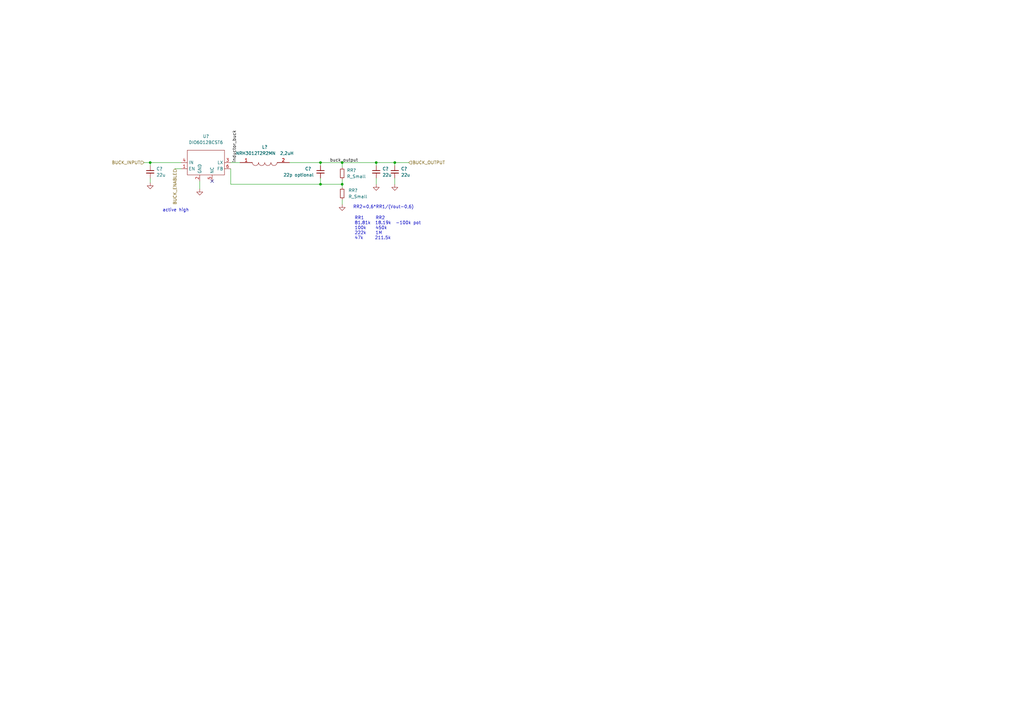
<source format=kicad_sch>
(kicad_sch (version 20211123) (generator eeschema)
  (paper "A3")
  (title_block (title "ESP32 audio power meter SD dataloger") (rev "1"))
  (lib_symbols
    (symbol "Device:C_Small" (pin_numbers hide) (pin_names (offset 0.254) hide)
      (property "Reference" "C" (at 0.254 1.778 0))
      (property "Value" "C_Small" (at 0.254 -2.032 0))
      (symbol "C_Small_0_1"
        (polyline (pts (xy -1.524 -0.508) (xy 1.524 -0.508)) (stroke (width 0.3302)))
        (polyline (pts (xy -1.524 0.508) (xy 1.524 0.508)) (stroke (width 0.3048)))
      )
      (symbol "C_Small_1_1"
        (pin passive line (at 0 2.54 270) (length 2.032) (name "~") (number "1"))
        (pin passive line (at 0 -2.54 90) (length 2.032) (name "~") (number "2"))
      )
    )
    (symbol "Device:R_Small" (pin_numbers hide) (pin_names (offset 0.254) hide)
      (property "Reference" "R" (at 0.762 0.508 0))
      (property "Value" "R_Small" (at 0.762 -1.016 0))
      (symbol "R_Small_0_1"
        (rectangle (start -0.762 1.778) (end 0.762 -1.778) (stroke (width 0.2032)))
      )
      (symbol "R_Small_1_1"
        (pin passive line (at 0 2.54 270) (length 0.762) (name "~") (number "1"))
        (pin passive line (at 0 -2.54 90) (length 0.762) (name "~") (number "2"))
      )
    )
    (symbol "My_custom_lib:DIO6012BCST6"
      (property "Reference" "U" (at 0 6.35 0))
      (property "Value" "DIO6012BCST6" (at 0 3.81 0))
      (symbol "DIO6012BCST6_0_1"
        (rectangle (start -7.62 -5.08) (end 7.62 5.08))
      )
      (symbol "DIO6012BCST6_1_1"
        (pin input line (at -10.16 -2.54 0) (length 2.54) (name "EN") (number "1"))
        (pin output line (at -2.54 -7.62 90) (length 2.54) (name "GND") (number "2"))
        (pin output line (at 10.16 0 180) (length 2.54) (name "LX") (number "3"))
        (pin input line (at -10.16 0 0) (length 2.54) (name "IN") (number "4"))
        (pin output line (at 2.54 -7.62 90) (length 2.54) (name "NC") (number "5"))
        (pin input line (at 10.16 -2.54 180) (length 2.54) (name "FB") (number "6"))
      )
    )
    (symbol "SamacSys_Parts:NRH3012T2R2MN" (pin_names (offset 0.762))
      (property "Reference" "L" (at 16.51 6.35 0))
      (property "Value" "NRH3012T2R2MN" (at 16.51 3.81 0))
      (symbol "NRH3012T2R2MN_0_0"
        (pin passive line (at 0 0 0) (length 5.08) (name "~") (number "1"))
        (pin passive line (at 20.32 0 180) (length 5.08) (name "~") (number "2"))
      )
      (symbol "NRH3012T2R2MN_0_1"
        (arc (start 5.08 0) (mid 6.35 -1.3218) (end 7.62 0) (stroke (width 0.1524)))
        (arc (start 7.62 0) (mid 8.89 -1.3218) (end 10.16 0) (stroke (width 0.1524)))
        (arc (start 10.16 0) (mid 11.43 -1.3218) (end 12.7 0) (stroke (width 0.1524)))
        (arc (start 12.7 0) (mid 13.97 -1.3218) (end 15.24 0) (stroke (width 0.1524)))
      )
    )
    (symbol "power:GND" (power) (pin_names (offset 0))
      (property "Value" "GND" (at 0 -3.81 0))
      (symbol "GND_0_1"
        (polyline (pts (xy 0 0) (xy 0 -1.27) (xy 1.27 -1.27) (xy 0 -2.54) (xy -1.27 -1.27) (xy 0 -1.27)))
      )
      (symbol "GND_1_1"
        (pin power_in line (at 0 0 270) (length 0) hide (name "GND") (number "1"))
      )
    )
  )
  (junction (at 154.305 66.675))
  (junction (at 161.925 66.675))
  (junction (at 131.445 66.675))
  (junction (at 131.445 75.565))
  (junction (at 140.335 66.675))
  (junction (at 61.595 66.675))
  (junction (at 140.335 75.565))
  (no_connect (at 86.995 74.295))
  (wire (pts (xy 140.335 81.915) (xy 140.335 83.82)))
  (wire (pts (xy 131.445 66.675) (xy 140.335 66.675)))
  (wire (pts (xy 94.615 69.215) (xy 94.615 75.565)))
  (wire (pts (xy 140.335 73.66) (xy 140.335 75.565)))
  (wire (pts (xy 161.925 73.025) (xy 161.925 75.565)))
  (wire (pts (xy 94.615 66.675) (xy 98.425 66.675)))
  (wire (pts (xy 140.335 75.565) (xy 140.335 76.835)))
  (wire (pts (xy 94.615 75.565) (xy 131.445 75.565)))
  (wire (pts (xy 61.595 73.025) (xy 61.595 74.93)))
  (wire (pts (xy 161.925 66.675) (xy 167.64 66.675)))
  (wire (pts (xy 140.335 66.675) (xy 140.335 68.58)))
  (wire (pts (xy 154.305 73.025) (xy 154.305 75.565)))
  (wire (pts (xy 61.595 66.675) (xy 61.595 67.945)))
  (wire (pts (xy 61.595 66.675) (xy 74.295 66.675)))
  (wire (pts (xy 161.925 66.675) (xy 161.925 67.945)))
  (wire (pts (xy 154.305 66.675) (xy 161.925 66.675)))
  (wire (pts (xy 131.445 66.675) (xy 131.445 67.945)))
  (wire (pts (xy 118.745 66.675) (xy 131.445 66.675)))
  (wire (pts (xy 59.055 66.675) (xy 61.595 66.675)))
  (wire (pts (xy 131.445 73.025) (xy 131.445 75.565)))
  (wire (pts (xy 154.305 66.675) (xy 154.305 67.945)))
  (wire (pts (xy 81.915 74.295) (xy 81.915 77.47)))
  (wire (pts (xy 71.755 69.215) (xy 74.295 69.215)))
  (wire (pts (xy 140.335 66.675) (xy 154.305 66.675)))
  (wire (pts (xy 131.445 75.565) (xy 140.335 75.565)))
  (text "RR2=0,6*RR1/(Vout-0,6)" (at 144.78 85.725 0) (effects (font (size 1.27 1.27)) (justify left bottom)))
  (text "active high" (at 66.675 86.995 0) (effects (font (size 1.27 1.27)) (justify left bottom)))
  (text "RR1     RR2\n81.81k  18.19k  -100k pot\n100k    450k\n222k    1M\n47k     211.5k" (at 145.415 98.425 0) (effects (font (size 1.27 1.27)) (justify left bottom)))
  (label "buck_output" (at 135.255 66.675 0))
  (label "inductor_buck" (at 97.155 66.675 90))
  (hierarchical_label "BUCK_INPUT" (shape input) (at 59.055 66.675 180))
  (hierarchical_label "BUCK_ENABLE" (shape input) (at 71.755 69.215 270))
  (hierarchical_label "BUCK_OUTPUT" (shape input) (at 167.64 66.675 0))
  (symbol (lib_id "power:GND") (at 140.335 83.82 0) (unit 1)
    (property "Reference" "#PWR?" (effects hide))
    (property "Value" "GND" (effects hide))
  )
  (symbol (lib_id "power:GND") (at 61.595 74.93 0) (unit 1)
    (property "Reference" "#PWR?" (effects hide))
    (property "Value" "GND" (effects hide))
  )
  (symbol (lib_id "Device:R_Small") (at 140.335 71.12 0) (unit 1)
    (property "Reference" "RR?" (at 142.24 69.8499 0) (effects (justify left)))
    (property "Value" "R_Small" (at 142.24 72.3899 0) (effects (justify left)))
    (property "Footprint" "Resistor_THT:R_Axial_DIN0204_L3.6mm_D1.6mm_P5.08mm_Horizontal" (effects hide))
  )
  (symbol (lib_id "My_custom_lib:DIO6012BCST6") (at 84.455 66.675 0) (unit 1)
    (property "Reference" "U?" (at 84.455 55.88 0))
    (property "Value" "DIO6012BCST6" (at 84.455 58.42 0))
    (property "Footprint" "Package_TO_SOT_SMD:SOT-23-6_Handsoldering" (effects hide))
    (property "Datasheet" "https://ro.mouser.com/datasheet/2/802/dimi_s_a0009242596_1-2295138.pdf" (effects hide))
  )
  (symbol (lib_id "Device:C_Small") (at 154.305 70.485 0) (unit 1)
    (property "Reference" "C?" (at 156.845 69.2212 0) (effects (justify left)))
    (property "Value" "22u" (at 156.845 71.7612 0) (effects (justify left)))
    (property "Footprint" "Capacitor_THT:CP_Radial_D5.0mm_P2.00mm" (effects hide))
  )
  (symbol (lib_id "power:GND") (at 81.915 77.47 0) (unit 1)
    (property "Reference" "#PWR?" (effects hide))
    (property "Value" "GND" (effects hide))
  )
  (symbol (lib_id "power:GND") (at 161.925 75.565 0) (unit 1)
    (property "Reference" "#PWR?" (effects hide))
    (property "Value" "GND" (effects hide))
  )
  (symbol (lib_id "Device:C_Small") (at 61.595 70.485 0) (unit 1)
    (property "Reference" "C?" (at 64.135 69.2212 0) (effects (justify left)))
    (property "Value" "22u" (at 64.135 71.7612 0) (effects (justify left)))
    (property "Footprint" "Capacitor_THT:CP_Radial_D5.0mm_P2.00mm" (effects hide))
  )
  (symbol (lib_id "Device:R_Small") (at 140.335 79.375 0) (unit 1)
    (property "Reference" "RR?" (at 142.875 78.1049 0) (effects (justify left)))
    (property "Value" "R_Small" (at 142.875 80.6449 0) (effects (justify left)))
    (property "Footprint" "Resistor_THT:R_Axial_DIN0204_L3.6mm_D1.6mm_P5.08mm_Horizontal" (effects hide))
  )
  (symbol (lib_id "Device:C_Small") (at 161.925 70.485 0) (unit 1)
    (property "Reference" "C?" (at 164.465 69.2212 0) (effects (justify left)))
    (property "Value" "22u" (at 164.465 71.7612 0) (effects (justify left)))
    (property "Footprint" "Capacitor_THT:CP_Radial_D5.0mm_P2.00mm" (effects hide))
  )
  (symbol (lib_id "Device:C_Small") (at 131.445 70.485 0) (unit 1)
    (property "Reference" "C?" (at 125.095 69.215 0) (effects (justify left)))
    (property "Value" "22p optional" (at 116.205 71.755 0) (effects (justify left)))
    (property "Footprint" "Capacitor_SMD:C_0603_1608Metric_Pad1.08x0.95mm_HandSolder" (effects hide))
  )
  (symbol (lib_id "power:GND") (at 154.305 75.565 0) (unit 1)
    (property "Reference" "#PWR?" (effects hide))
    (property "Value" "GND" (effects hide))
  )
  (symbol (lib_id "SamacSys_Parts:NRH3012T2R2MN") (at 98.425 66.675 0) (unit 1)
    (property "Reference" "L?" (at 108.585 60.325 0))
    (property "Value" "NRH3012T2R2MN  2,2uH" (at 108.585 62.865 0))
    (property "Footprint" "SamacSys_Parts:NRH3012T220MNV" (effects hide))
    (property "Datasheet" "https://componentsearchengine.com/Datasheets/5/NRH3012T220MNV.pdf" (effects hide))
    (property "Description" "Taiyo Yuden, NRH, 3012 Shielded Wire-wound SMD Inductor with a Ferrite Core, 2.2 uH +/-20% Wire-Wound 1.5A Idc" (effects hide))
    (property "Height" "1.2" (effects hide))
    (property "Mouser Part Number" "963-NRH3012T2R2MN" (effects hide))
    (property "Mouser Price/Stock" "https://www.mouser.co.uk/ProductDetail/Taiyo-Yuden/NRH3012T2R2MN?qs=PzICbMaShUdBRElLTKVG3Q%3D%3D" (effects hide))
    (property "Manufacturer_Name" "TAIYO YUDEN" (effects hide))
    (property "Manufacturer_Part_Number" "NRH3012T2R2MN" (effects hide))
  )
)
</source>
